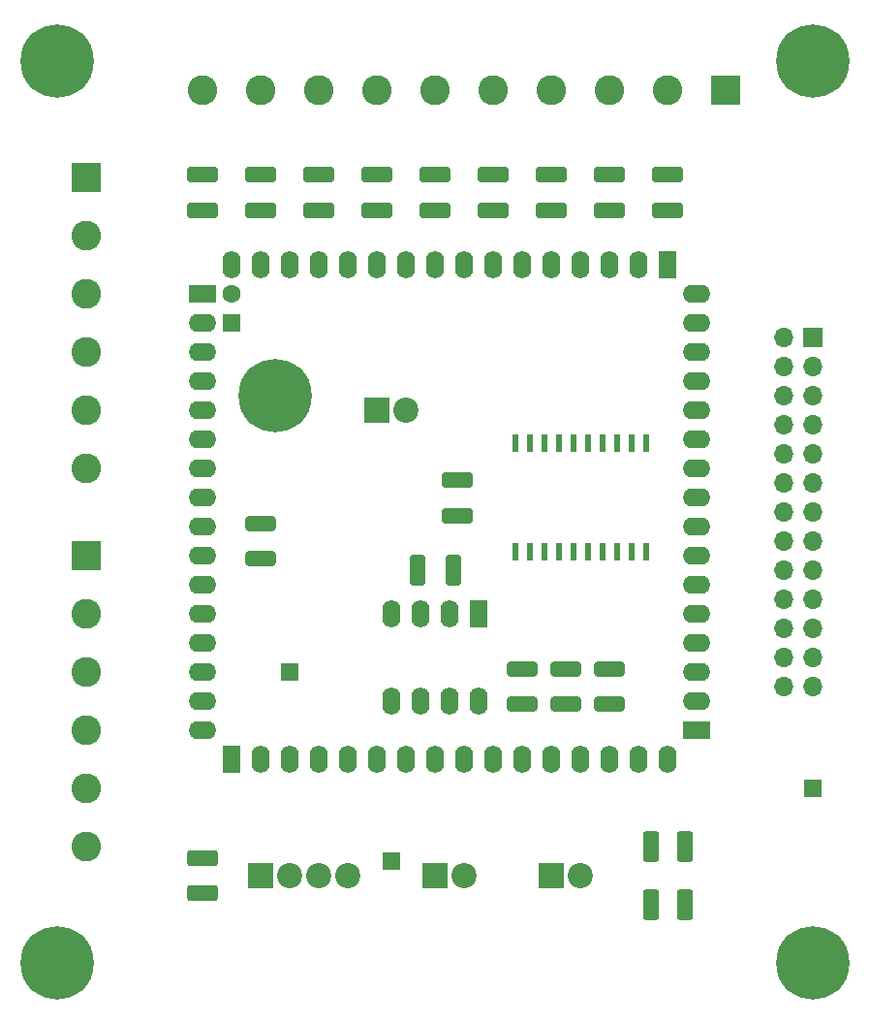
<source format=gts>
G04 #@! TF.GenerationSoftware,KiCad,Pcbnew,(6.0.4-103-ge02229a234)*
G04 #@! TF.CreationDate,2022-04-10T23:24:48+02:00*
G04 #@! TF.ProjectId,CANduino128 - v1.1 - 6.0.4,43414e64-7569-46e6-9f31-3238202d2076,rev?*
G04 #@! TF.SameCoordinates,Original*
G04 #@! TF.FileFunction,Soldermask,Top*
G04 #@! TF.FilePolarity,Negative*
%FSLAX46Y46*%
G04 Gerber Fmt 4.6, Leading zero omitted, Abs format (unit mm)*
G04 Created by KiCad (PCBNEW (6.0.4-103-ge02229a234)) date 2022-04-10 23:24:48*
%MOMM*%
%LPD*%
G01*
G04 APERTURE LIST*
G04 Aperture macros list*
%AMRoundRect*
0 Rectangle with rounded corners*
0 $1 Rounding radius*
0 $2 $3 $4 $5 $6 $7 $8 $9 X,Y pos of 4 corners*
0 Add a 4 corners polygon primitive as box body*
4,1,4,$2,$3,$4,$5,$6,$7,$8,$9,$2,$3,0*
0 Add four circle primitives for the rounded corners*
1,1,$1+$1,$2,$3*
1,1,$1+$1,$4,$5*
1,1,$1+$1,$6,$7*
1,1,$1+$1,$8,$9*
0 Add four rect primitives between the rounded corners*
20,1,$1+$1,$2,$3,$4,$5,0*
20,1,$1+$1,$4,$5,$6,$7,0*
20,1,$1+$1,$6,$7,$8,$9,0*
20,1,$1+$1,$8,$9,$2,$3,0*%
G04 Aperture macros list end*
%ADD10RoundRect,0.250000X1.100000X-0.412500X1.100000X0.412500X-1.100000X0.412500X-1.100000X-0.412500X0*%
%ADD11RoundRect,0.250001X-0.462499X-1.074999X0.462499X-1.074999X0.462499X1.074999X-0.462499X1.074999X0*%
%ADD12RoundRect,0.250000X-1.075000X0.400000X-1.075000X-0.400000X1.075000X-0.400000X1.075000X0.400000X0*%
%ADD13RoundRect,0.250000X-0.550000X-0.550000X0.550000X-0.550000X0.550000X0.550000X-0.550000X0.550000X0*%
%ADD14C,0.800000*%
%ADD15C,6.400000*%
%ADD16R,2.400000X1.600000*%
%ADD17O,2.400000X1.600000*%
%ADD18R,1.600000X2.400000*%
%ADD19O,1.600000X2.400000*%
%ADD20C,1.600000*%
%ADD21R,1.600000X1.600000*%
%ADD22R,0.600000X1.500000*%
%ADD23RoundRect,0.250000X0.412500X1.100000X-0.412500X1.100000X-0.412500X-1.100000X0.412500X-1.100000X0*%
%ADD24RoundRect,0.250001X-1.074999X0.462499X-1.074999X-0.462499X1.074999X-0.462499X1.074999X0.462499X0*%
%ADD25R,2.600000X2.600000*%
%ADD26C,2.600000*%
%ADD27RoundRect,0.250000X1.075000X-0.400000X1.075000X0.400000X-1.075000X0.400000X-1.075000X-0.400000X0*%
%ADD28R,2.200000X2.200000*%
%ADD29C,2.200000*%
%ADD30R,1.700000X1.700000*%
%ADD31O,1.700000X1.700000*%
G04 APERTURE END LIST*
D10*
X165100000Y-63792500D03*
X165100000Y-60667500D03*
D11*
X178852500Y-119380000D03*
X181827500Y-119380000D03*
D12*
X171450000Y-103860000D03*
X171450000Y-106960000D03*
D10*
X139700000Y-63792500D03*
X139700000Y-60667500D03*
X170180000Y-63792500D03*
X170180000Y-60667500D03*
D13*
X193040000Y-114300000D03*
D14*
X127000000Y-48400000D03*
X128697056Y-52497056D03*
X128697056Y-49102944D03*
X129400000Y-50800000D03*
D15*
X127000000Y-50800000D03*
D14*
X127000000Y-53200000D03*
X125302944Y-49102944D03*
X125302944Y-52497056D03*
X124600000Y-50800000D03*
D16*
X139700000Y-71120000D03*
D17*
X139700000Y-73660000D03*
X139700000Y-76200000D03*
X139700000Y-78740000D03*
X139700000Y-81280000D03*
X139700000Y-83820000D03*
X139700000Y-86360000D03*
X139700000Y-88900000D03*
X139700000Y-91440000D03*
X139700000Y-93980000D03*
X139700000Y-96520000D03*
X139700000Y-99060000D03*
X139700000Y-101600000D03*
X139700000Y-104140000D03*
X139700000Y-106680000D03*
X139700000Y-109220000D03*
D18*
X142240000Y-111760000D03*
D19*
X144780000Y-111760000D03*
X147320000Y-111760000D03*
X149860000Y-111760000D03*
X152400000Y-111760000D03*
X154940000Y-111760000D03*
X157480000Y-111760000D03*
X160020000Y-111760000D03*
X162560000Y-111760000D03*
X165100000Y-111760000D03*
X167640000Y-111760000D03*
X170180000Y-111760000D03*
X172720000Y-111760000D03*
X175260000Y-111760000D03*
X177800000Y-111760000D03*
X180340000Y-111760000D03*
D16*
X182880000Y-109220000D03*
D17*
X182880000Y-106680000D03*
X182880000Y-104140000D03*
X182880000Y-101600000D03*
X182880000Y-99060000D03*
X182880000Y-96520000D03*
X182880000Y-93980000D03*
X182880000Y-91440000D03*
X182880000Y-88900000D03*
X182880000Y-86360000D03*
X182880000Y-83820000D03*
X182880000Y-81280000D03*
X182880000Y-78740000D03*
X182880000Y-76200000D03*
X182880000Y-73660000D03*
X182880000Y-71120000D03*
D18*
X180340000Y-68580000D03*
D19*
X177800000Y-68580000D03*
X175260000Y-68580000D03*
X172720000Y-68580000D03*
X170180000Y-68580000D03*
X167640000Y-68580000D03*
X165100000Y-68580000D03*
X162560000Y-68580000D03*
X160020000Y-68580000D03*
X157480000Y-68580000D03*
X154940000Y-68580000D03*
X152400000Y-68580000D03*
X149860000Y-68580000D03*
X147320000Y-68580000D03*
X144780000Y-68580000D03*
X142240000Y-68580000D03*
D20*
X142240000Y-71120000D03*
D21*
X142240000Y-73660000D03*
D14*
X193040000Y-127140000D03*
X194737056Y-131237056D03*
X194737056Y-127842944D03*
X195440000Y-129540000D03*
D15*
X193040000Y-129540000D03*
D14*
X193040000Y-131940000D03*
X191342944Y-127842944D03*
X191342944Y-131237056D03*
X190640000Y-129540000D03*
D22*
X167005000Y-93650000D03*
X168275000Y-93650000D03*
X169545000Y-93650000D03*
X170815000Y-93650000D03*
X172085000Y-93650000D03*
X173355000Y-93650000D03*
X174625000Y-93650000D03*
X175895000Y-93650000D03*
X177165000Y-93650000D03*
X178435000Y-93650000D03*
X178435000Y-84150000D03*
X177165000Y-84150000D03*
X175895000Y-84150000D03*
X174625000Y-84150000D03*
X173355000Y-84150000D03*
X172085000Y-84150000D03*
X170815000Y-84150000D03*
X169545000Y-84150000D03*
X168275000Y-84150000D03*
X167005000Y-84150000D03*
D23*
X161582500Y-95250000D03*
X158457500Y-95250000D03*
D10*
X149860000Y-63792500D03*
X149860000Y-60667500D03*
D18*
X163830000Y-99060000D03*
D19*
X161290000Y-99060000D03*
X158750000Y-99060000D03*
X156210000Y-99060000D03*
X156210000Y-106680000D03*
X158750000Y-106680000D03*
X161290000Y-106680000D03*
X163830000Y-106680000D03*
D13*
X156210000Y-120650000D03*
D24*
X139700000Y-120432500D03*
X139700000Y-123407500D03*
D25*
X185420000Y-53340000D03*
D26*
X180340000Y-53340000D03*
X175260000Y-53340000D03*
X170180000Y-53340000D03*
X165100000Y-53340000D03*
X160020000Y-53340000D03*
X154940000Y-53340000D03*
X149860000Y-53340000D03*
X144780000Y-53340000D03*
X139700000Y-53340000D03*
D10*
X160020000Y-63792500D03*
X160020000Y-60667500D03*
D27*
X144780000Y-94260000D03*
X144780000Y-91160000D03*
D14*
X146050000Y-77610000D03*
X147747056Y-81707056D03*
X147747056Y-78312944D03*
X148450000Y-80010000D03*
D15*
X146050000Y-80010000D03*
D14*
X146050000Y-82410000D03*
X144352944Y-78312944D03*
X144352944Y-81707056D03*
X143650000Y-80010000D03*
D28*
X160020000Y-121920000D03*
D29*
X162560000Y-121920000D03*
D10*
X154940000Y-63792500D03*
X154940000Y-60667500D03*
D14*
X193040000Y-48400000D03*
X194737056Y-52497056D03*
X194737056Y-49102944D03*
X195440000Y-50800000D03*
D15*
X193040000Y-50800000D03*
D14*
X193040000Y-53200000D03*
X191342944Y-49102944D03*
X191342944Y-52497056D03*
X190640000Y-50800000D03*
D13*
X147320000Y-104140000D03*
D10*
X180340000Y-63792500D03*
X180340000Y-60667500D03*
D25*
X129540000Y-93980000D03*
D26*
X129540000Y-99060000D03*
X129540000Y-104140000D03*
X129540000Y-109220000D03*
X129540000Y-114300000D03*
X129540000Y-119380000D03*
D10*
X144780000Y-63792500D03*
X144780000Y-60667500D03*
D28*
X144780000Y-121920000D03*
D29*
X147320000Y-121920000D03*
X149860000Y-121920000D03*
X152400000Y-121920000D03*
D12*
X167640000Y-103860000D03*
X167640000Y-106960000D03*
D30*
X193040000Y-74930000D03*
D31*
X190500000Y-74930000D03*
X193040000Y-77470000D03*
X190500000Y-77470000D03*
X193040000Y-80010000D03*
X190500000Y-80010000D03*
X193040000Y-82550000D03*
X190500000Y-82550000D03*
X193040000Y-85090000D03*
X190500000Y-85090000D03*
X193040000Y-87630000D03*
X190500000Y-87630000D03*
X193040000Y-90170000D03*
X190500000Y-90170000D03*
X193040000Y-92710000D03*
X190500000Y-92710000D03*
X193040000Y-95250000D03*
X190500000Y-95250000D03*
X193040000Y-97790000D03*
X190500000Y-97790000D03*
X193040000Y-100330000D03*
X190500000Y-100330000D03*
X193040000Y-102870000D03*
X190500000Y-102870000D03*
X193040000Y-105410000D03*
X190500000Y-105410000D03*
D10*
X175260000Y-63792500D03*
X175260000Y-60667500D03*
X161925000Y-90462500D03*
X161925000Y-87337500D03*
D28*
X170180000Y-121920000D03*
D29*
X172720000Y-121920000D03*
D12*
X175260000Y-103860000D03*
X175260000Y-106960000D03*
D25*
X129540000Y-60960000D03*
D26*
X129540000Y-66040000D03*
X129540000Y-71120000D03*
X129540000Y-76200000D03*
X129540000Y-81280000D03*
X129540000Y-86360000D03*
D28*
X154940000Y-81280000D03*
D29*
X157480000Y-81280000D03*
D14*
X127000000Y-127140000D03*
X128697056Y-131237056D03*
X128697056Y-127842944D03*
X129400000Y-129540000D03*
D15*
X127000000Y-129540000D03*
D14*
X127000000Y-131940000D03*
X125302944Y-127842944D03*
X125302944Y-131237056D03*
X124600000Y-129540000D03*
D11*
X178852500Y-124460000D03*
X181827500Y-124460000D03*
M02*

</source>
